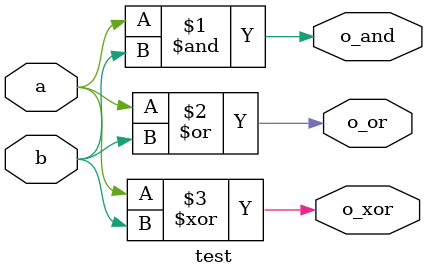
<source format=v>
module test(input a, input b, output o_and, output o_or, output o_xor);

assign o_and = a & b;
assign o_or = a | b;
assign o_xor = a ^ b;

endmodule

</source>
